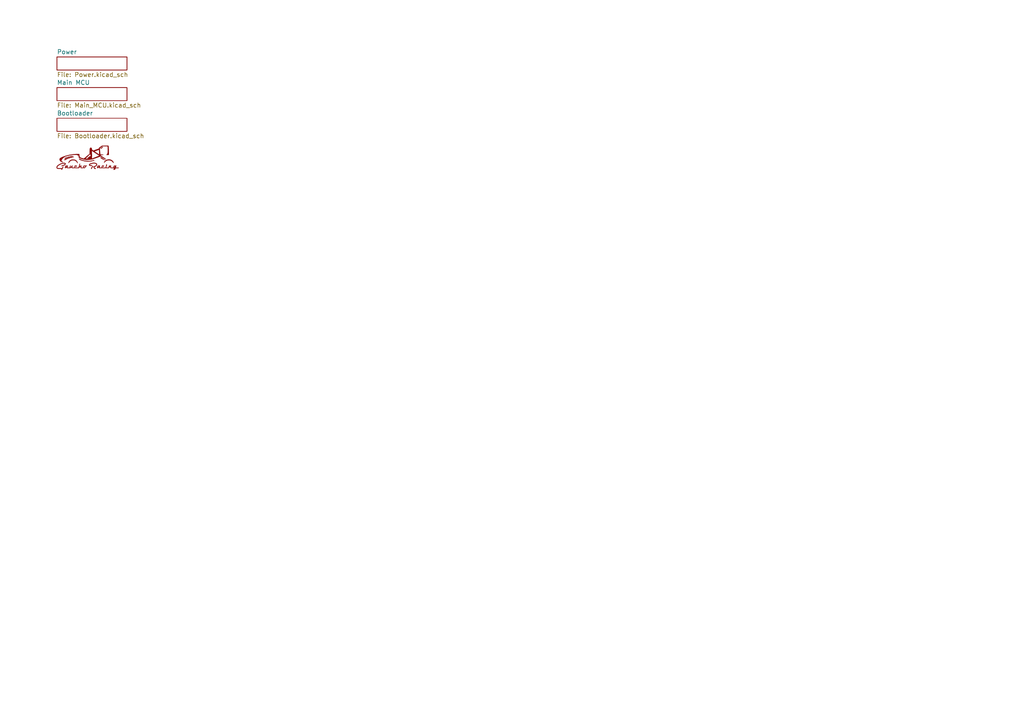
<source format=kicad_sch>
(kicad_sch (version 20231120) (generator "eeschema") (generator_version "8.0")
  (paper "A4")
  (lib_symbols
    (symbol "logo:LOGO" (pin_names (offset 1.016)))
  )
  (symbol (lib_id "logo:LOGO") (at 25.4 45.72 0) (unit 1)
    (property "Reference" "#G1" (effects (hide yes)))
    (property "Value" "LOGO" (effects (hide yes)))
    (property "Footprint" "Logo:grloho" (effects (hide yes)))
  )
  (sheet (at 16.51 25.4) (size 20.32 3.81) (stroke (width 0.1524))
    (property "Sheetname" "Main MCU" (at 16.51 24.6884 0) (effects (justify left bottom)))
    (property "Sheetfile" "Main_MCU.kicad_sch" (at 16.51 29.7946 0) (effects (justify left top)))
  )
  (sheet (at 16.51 16.51) (size 20.32 3.81) (stroke (width 0.1524))
    (property "Sheetname" "Power" (at 16.51 15.7984 0) (effects (justify left bottom)))
    (property "Sheetfile" "Power.kicad_sch" (at 16.51 20.9046 0) (effects (justify left top)))
  )
  (sheet (at 16.51 34.29) (size 20.32 3.81) (stroke (width 0.1524))
    (property "Sheetname" "Bootloader" (at 16.51 33.5784 0) (effects (justify left bottom)))
    (property "Sheetfile" "Bootloader.kicad_sch" (at 16.51 38.6846 0) (effects (justify left top)))
  )
)
</source>
